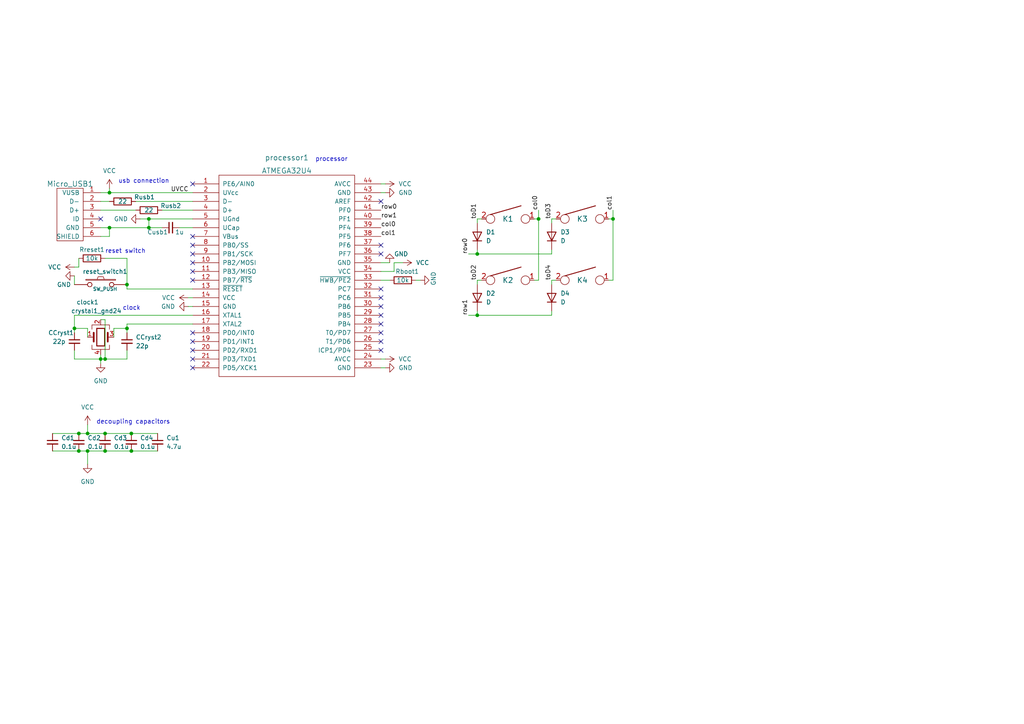
<source format=kicad_sch>
(kicad_sch (version 20211123) (generator eeschema)
  (paper "A4")
  (lib_symbols
    (symbol "Device:C_Small" (pin_numbers hide) (pin_names (offset 0.254) hide)
      (property "Reference" "C" (at 0.254 1.778 0))
      (property "Value" "C_Small" (at 0.254 -2.032 0))
      (symbol "C_Small_0_1"
        (polyline (pts (xy -1.524 -0.508) (xy 1.524 -0.508)) (stroke (width 0.3302)))
        (polyline (pts (xy -1.524 0.508) (xy 1.524 0.508)) (stroke (width 0.3048)))
      )
      (symbol "C_Small_1_1"
        (pin passive line (at 0 2.54 270) (length 2.032) (name "~") (number "1"))
        (pin passive line (at 0 -2.54 90) (length 2.032) (name "~") (number "2"))
      )
    )
    (symbol "Device:Crystal_GND24" (pin_names (offset 1.016) hide)
      (property "Reference" "Y" (at 3.175 5.08 0))
      (property "Value" "Crystal_GND24" (at 3.175 3.175 0))
      (symbol "Crystal_GND24_0_1"
        (rectangle (start -1.143 2.54) (end 1.143 -2.54) (stroke (width 0.3048)))
        (polyline (pts (xy -2.54 0) (xy -2.032 0)))
        (polyline (pts (xy -2.032 -1.27) (xy -2.032 1.27)) (stroke (width 0.508)))
        (polyline (pts (xy 0 -3.81) (xy 0 -3.556)))
        (polyline (pts (xy 0 3.556) (xy 0 3.81)))
        (polyline (pts (xy 2.032 -1.27) (xy 2.032 1.27)) (stroke (width 0.508)))
        (polyline (pts (xy 2.032 0) (xy 2.54 0)))
        (polyline (pts (xy -2.54 -2.286) (xy -2.54 -3.556) (xy 2.54 -3.556) (xy 2.54 -2.286)))
        (polyline (pts (xy -2.54 2.286) (xy -2.54 3.556) (xy 2.54 3.556) (xy 2.54 2.286)))
      )
      (symbol "Crystal_GND24_1_1"
        (pin passive line (at -3.81 0 0) (length 1.27) (name "1") (number "1"))
        (pin passive line (at 0 5.08 270) (length 1.27) (name "2") (number "2"))
        (pin passive line (at 3.81 0 180) (length 1.27) (name "3") (number "3"))
        (pin passive line (at 0 -5.08 90) (length 1.27) (name "4") (number "4"))
      )
    )
    (symbol "Device:D" (pin_numbers hide) (pin_names (offset 1.016) hide)
      (property "Reference" "D" (at 0 2.54 0))
      (property "Value" "D" (at 0 -2.54 0))
      (symbol "D_0_1"
        (polyline (pts (xy -1.27 1.27) (xy -1.27 -1.27)) (stroke (width 0.254)))
        (polyline (pts (xy 1.27 0) (xy -1.27 0)))
        (polyline (pts (xy 1.27 1.27) (xy 1.27 -1.27) (xy -1.27 0) (xy 1.27 1.27)) (stroke (width 0.254)))
      )
      (symbol "D_1_1"
        (pin passive line (at -3.81 0 0) (length 2.54) (name "K") (number "1"))
        (pin passive line (at 3.81 0 180) (length 2.54) (name "A") (number "2"))
      )
    )
    (symbol "Device:R" (pin_numbers hide) (pin_names (offset 0))
      (property "Reference" "R" (at 2.032 0 90))
      (property "Value" "R" (at 0 0 90))
      (symbol "R_0_1"
        (rectangle (start -1.016 -2.54) (end 1.016 2.54) (stroke (width 0.254)))
      )
      (symbol "R_1_1"
        (pin passive line (at 0 3.81 270) (length 1.27) (name "~") (number "1"))
        (pin passive line (at 0 -3.81 90) (length 1.27) (name "~") (number "2"))
      )
    )
    (symbol "keyboard parts:ATMEGA32U4" (pin_names (offset 1.016))
      (property "Reference" "U" (at 0 -31.75 0))
      (property "Value" "ATMEGA32U4" (at 0 31.75 0))
      (symbol "ATMEGA32U4_0_1"
        (rectangle (start 20.32 29.21) (end -19.05 -29.21))
      )
      (symbol "ATMEGA32U4_1_1"
        (pin bidirectional line (at -26.67 26.67 0) (length 7.62) (name "PE6/AIN0") (number "1"))
        (pin bidirectional line (at -26.67 3.81 0) (length 7.62) (name "PB2/MOSI") (number "10"))
        (pin bidirectional line (at -26.67 1.27 0) (length 7.62) (name "PB3/MISO") (number "11"))
        (pin bidirectional line (at -26.67 -1.27 0) (length 7.62) (name "PB7/~{RTS}") (number "12"))
        (pin input line (at -26.67 -3.81 0) (length 7.62) (name "~{RESET}") (number "13"))
        (pin power_in line (at -26.67 -6.35 0) (length 7.62) (name "VCC") (number "14"))
        (pin power_in line (at -26.67 -8.89 0) (length 7.62) (name "GND") (number "15"))
        (pin input line (at -26.67 -11.43 0) (length 7.62) (name "XTAL1") (number "16"))
        (pin output line (at -26.67 -13.97 0) (length 7.62) (name "XTAL2") (number "17"))
        (pin bidirectional line (at -26.67 -16.51 0) (length 7.62) (name "PD0/INT0") (number "18"))
        (pin bidirectional line (at -26.67 -19.05 0) (length 7.62) (name "PD1/INT1") (number "19"))
        (pin power_in line (at -26.67 24.13 0) (length 7.62) (name "UVcc") (number "2"))
        (pin bidirectional line (at -26.67 -21.59 0) (length 7.62) (name "PD2/RXD1") (number "20"))
        (pin bidirectional line (at -26.67 -24.13 0) (length 7.62) (name "PD3/TXD1") (number "21"))
        (pin bidirectional line (at -26.67 -26.67 0) (length 7.62) (name "PD5/XCK1") (number "22"))
        (pin power_in line (at 27.94 -26.67 180) (length 7.62) (name "GND") (number "23"))
        (pin power_in line (at 27.94 -24.13 180) (length 7.62) (name "AVCC") (number "24"))
        (pin bidirectional line (at 27.94 -21.59 180) (length 7.62) (name "ICP1/PD4") (number "25"))
        (pin bidirectional line (at 27.94 -19.05 180) (length 7.62) (name "T1/PD6") (number "26"))
        (pin bidirectional line (at 27.94 -16.51 180) (length 7.62) (name "T0/PD7") (number "27"))
        (pin bidirectional line (at 27.94 -13.97 180) (length 7.62) (name "PB4") (number "28"))
        (pin bidirectional line (at 27.94 -11.43 180) (length 7.62) (name "PB5") (number "29"))
        (pin bidirectional line (at -26.67 21.59 0) (length 7.62) (name "D-") (number "3"))
        (pin bidirectional line (at 27.94 -8.89 180) (length 7.62) (name "PB6") (number "30"))
        (pin bidirectional line (at 27.94 -6.35 180) (length 7.62) (name "PC6") (number "31"))
        (pin bidirectional line (at 27.94 -3.81 180) (length 7.62) (name "PC7") (number "32"))
        (pin bidirectional line (at 27.94 -1.27 180) (length 7.62) (name "~{HWB/PE2}") (number "33"))
        (pin power_in line (at 27.94 1.27 180) (length 7.62) (name "VCC") (number "34"))
        (pin power_in line (at 27.94 3.81 180) (length 7.62) (name "GND") (number "35"))
        (pin bidirectional line (at 27.94 6.35 180) (length 7.62) (name "PF7") (number "36"))
        (pin bidirectional line (at 27.94 8.89 180) (length 7.62) (name "PF6") (number "37"))
        (pin bidirectional line (at 27.94 11.43 180) (length 7.62) (name "PF5") (number "38"))
        (pin bidirectional line (at 27.94 13.97 180) (length 7.62) (name "PF4") (number "39"))
        (pin bidirectional line (at -26.67 19.05 0) (length 7.62) (name "D+") (number "4"))
        (pin bidirectional line (at 27.94 16.51 180) (length 7.62) (name "PF1") (number "40"))
        (pin bidirectional line (at 27.94 19.05 180) (length 7.62) (name "PF0") (number "41"))
        (pin input line (at 27.94 21.59 180) (length 7.62) (name "AREF") (number "42"))
        (pin power_in line (at 27.94 24.13 180) (length 7.62) (name "GND") (number "43"))
        (pin power_in line (at 27.94 26.67 180) (length 7.62) (name "AVCC") (number "44"))
        (pin power_in line (at -26.67 16.51 0) (length 7.62) (name "UGnd") (number "5"))
        (pin input line (at -26.67 13.97 0) (length 7.62) (name "UCap") (number "6"))
        (pin input line (at -26.67 11.43 0) (length 7.62) (name "VBus") (number "7"))
        (pin bidirectional line (at -26.67 8.89 0) (length 7.62) (name "PB0/SS") (number "8"))
        (pin bidirectional line (at -26.67 6.35 0) (length 7.62) (name "PB1/SCK") (number "9"))
      )
    )
    (symbol "keyboard parts:KEYSW" (pin_names (offset 1.016))
      (property "Reference" "K?" (at -1.27 0 0))
      (symbol "KEYSW_0_1"
        (circle (center -5.08 0) (radius 1.27))
        (polyline (pts (xy -5.08 1.27) (xy 3.81 3.81)) (stroke (width 0.254)))
        (circle (center 5.08 0) (radius 1.27))
      )
      (symbol "KEYSW_1_1"
        (pin passive line (at 7.62 0 180) (length 1.27) (name "~") (number "1"))
        (pin passive line (at -7.62 0 0) (length 1.27) (name "~") (number "2"))
      )
    )
    (symbol "keyboard parts:SW_PUSH" (pin_numbers hide) (pin_names (offset 1.016) hide)
      (property "Reference" "SW" (at 3.81 2.794 0))
      (property "Value" "SW_PUSH" (at 0 -2.032 0))
      (symbol "SW_PUSH_0_1"
        (rectangle (start -4.318 1.27) (end 4.318 1.524))
        (polyline (pts (xy -1.016 1.524) (xy -0.762 2.286) (xy 0.762 2.286) (xy 1.016 1.524)))
        (pin passive inverted (at -7.62 0 0) (length 5.08) (name "1") (number "1"))
        (pin passive inverted (at 7.62 0 180) (length 5.08) (name "2") (number "2"))
      )
    )
    (symbol "keyboard parts:USB_mini_micro_B" (pin_names (offset 1.016))
      (property "Reference" "J" (at -10.16 -1.27 0))
      (symbol "USB_mini_micro_B_0_1"
        (rectangle (start -8.89 5.08) (end -1.27 -10.16))
      )
      (symbol "USB_mini_micro_B_1_1"
        (pin power_out line (at 3.81 3.81 180) (length 5.08) (name "VUSB") (number "1"))
        (pin bidirectional line (at 3.81 1.27 180) (length 5.08) (name "D-") (number "2"))
        (pin bidirectional line (at 3.81 -1.27 180) (length 5.08) (name "D+") (number "3"))
        (pin input line (at 3.81 -3.81 180) (length 5.08) (name "ID") (number "4"))
        (pin power_out line (at 3.81 -6.35 180) (length 5.08) (name "GND") (number "5"))
        (pin input line (at 3.81 -8.89 180) (length 5.08) (name "SHIELD") (number "6"))
      )
    )
    (symbol "power:GND" (power) (pin_names (offset 0))
      (property "Value" "GND" (at 0 -3.81 0))
      (symbol "GND_0_1"
        (polyline (pts (xy 0 0) (xy 0 -1.27) (xy 1.27 -1.27) (xy 0 -2.54) (xy -1.27 -1.27) (xy 0 -1.27)))
      )
      (symbol "GND_1_1"
        (pin power_in line (at 0 0 270) (length 0) hide (name "GND") (number "1"))
      )
    )
    (symbol "power:VCC" (power) (pin_names (offset 0))
      (property "Value" "VCC" (at 0 3.81 0))
      (symbol "VCC_0_1"
        (polyline (pts (xy -0.762 1.27) (xy 0 2.54)))
        (polyline (pts (xy 0 0) (xy 0 2.54)))
        (polyline (pts (xy 0 2.54) (xy 0.762 1.27)))
      )
      (symbol "VCC_1_1"
        (pin power_in line (at 0 0 90) (length 0) hide (name "VCC") (number "1"))
      )
    )
  )
  (junction (at 38.1 130.81))
  (junction (at 30.48 125.73))
  (junction (at 22.86 125.73))
  (junction (at 31.75 66.04))
  (junction (at 25.4 130.81))
  (junction (at 156.21 63.5))
  (junction (at 21.59 95.25))
  (junction (at 38.1 125.73))
  (junction (at 138.43 73.66))
  (junction (at 25.4 125.73))
  (junction (at 43.18 66.04))
  (junction (at 138.43 91.44))
  (junction (at 22.86 130.81))
  (junction (at 36.83 95.25))
  (junction (at 36.83 82.55))
  (junction (at 29.21 104.14))
  (junction (at 177.8 63.5))
  (junction (at 30.48 130.81))
  (junction (at 30.48 104.14))
  (junction (at 43.18 63.5))
  (junction (at 31.75 55.88))
  (no_connect (at 110.49 58.42))
  (no_connect (at 29.21 63.5))
  (no_connect (at 55.88 53.34))
  (no_connect (at 55.88 81.28))
  (no_connect (at 55.88 78.74))
  (no_connect (at 55.88 76.2))
  (no_connect (at 55.88 73.66))
  (no_connect (at 55.88 71.12))
  (no_connect (at 55.88 68.58))
  (no_connect (at 110.49 91.44))
  (no_connect (at 110.49 93.98))
  (no_connect (at 110.49 96.52))
  (no_connect (at 110.49 99.06))
  (no_connect (at 110.49 101.6))
  (no_connect (at 110.49 71.12))
  (no_connect (at 110.49 73.66))
  (no_connect (at 110.49 83.82))
  (no_connect (at 110.49 86.36))
  (no_connect (at 110.49 88.9))
  (no_connect (at 55.88 106.68))
  (no_connect (at 55.88 104.14))
  (no_connect (at 55.88 101.6))
  (no_connect (at 55.88 99.06))
  (no_connect (at 55.88 96.52))
  (wire (pts (xy 135.89 73.66) (xy 138.43 73.66)))
  (wire (pts (xy 31.75 68.58) (xy 31.75 66.04)))
  (wire (pts (xy 110.49 104.14) (xy 111.76 104.14)))
  (wire (pts (xy 38.1 130.81) (xy 45.72 130.81)))
  (wire (pts (xy 154.94 63.5) (xy 156.21 63.5)))
  (wire (pts (xy 156.21 81.28) (xy 154.94 81.28)))
  (wire (pts (xy 55.88 63.5) (xy 43.18 63.5)))
  (wire (pts (xy 15.24 125.73) (xy 22.86 125.73)))
  (wire (pts (xy 36.83 82.55) (xy 36.83 74.93)))
  (wire (pts (xy 43.18 63.5) (xy 43.18 66.04)))
  (wire (pts (xy 15.24 130.81) (xy 22.86 130.81)))
  (wire (pts (xy 160.02 81.28) (xy 160.02 82.55)))
  (wire (pts (xy 25.4 95.25) (xy 21.59 95.25)))
  (wire (pts (xy 25.4 130.81) (xy 30.48 130.81)))
  (wire (pts (xy 33.02 95.25) (xy 36.83 95.25)))
  (wire (pts (xy 138.43 90.17) (xy 138.43 91.44)))
  (wire (pts (xy 114.3 78.74) (xy 114.3 76.2)))
  (wire (pts (xy 25.4 123.19) (xy 25.4 125.73)))
  (wire (pts (xy 135.89 91.44) (xy 138.43 91.44)))
  (wire (pts (xy 25.4 125.73) (xy 30.48 125.73)))
  (wire (pts (xy 176.53 81.28) (xy 177.8 81.28)))
  (wire (pts (xy 138.43 63.5) (xy 138.43 64.77)))
  (wire (pts (xy 36.83 83.82) (xy 36.83 82.55)))
  (wire (pts (xy 25.4 130.81) (xy 25.4 134.62)))
  (wire (pts (xy 29.21 104.14) (xy 30.48 104.14)))
  (wire (pts (xy 36.83 74.93) (xy 30.48 74.93)))
  (wire (pts (xy 138.43 72.39) (xy 138.43 73.66)))
  (wire (pts (xy 54.61 88.9) (xy 55.88 88.9)))
  (wire (pts (xy 114.3 76.2) (xy 116.84 76.2)))
  (wire (pts (xy 161.29 81.28) (xy 160.02 81.28)))
  (wire (pts (xy 46.99 60.96) (xy 55.88 60.96)))
  (wire (pts (xy 21.59 95.25) (xy 21.59 96.52)))
  (wire (pts (xy 110.49 55.88) (xy 111.76 55.88)))
  (wire (pts (xy 43.18 66.04) (xy 46.99 66.04)))
  (wire (pts (xy 31.75 66.04) (xy 29.21 66.04)))
  (wire (pts (xy 31.75 66.04) (xy 43.18 66.04)))
  (wire (pts (xy 110.49 76.2) (xy 113.03 76.2)))
  (wire (pts (xy 29.21 55.88) (xy 31.75 55.88)))
  (wire (pts (xy 21.59 80.01) (xy 21.59 82.55)))
  (wire (pts (xy 38.1 125.73) (xy 45.72 125.73)))
  (wire (pts (xy 21.59 104.14) (xy 29.21 104.14)))
  (wire (pts (xy 29.21 105.41) (xy 29.21 104.14)))
  (wire (pts (xy 30.48 125.73) (xy 38.1 125.73)))
  (wire (pts (xy 36.83 93.98) (xy 36.83 95.25)))
  (wire (pts (xy 25.4 97.79) (xy 25.4 95.25)))
  (wire (pts (xy 30.48 92.71) (xy 30.48 104.14)))
  (wire (pts (xy 139.7 81.28) (xy 138.43 81.28)))
  (wire (pts (xy 22.86 125.73) (xy 25.4 125.73)))
  (wire (pts (xy 36.83 93.98) (xy 55.88 93.98)))
  (wire (pts (xy 110.49 106.68) (xy 111.76 106.68)))
  (wire (pts (xy 39.37 58.42) (xy 55.88 58.42)))
  (wire (pts (xy 30.48 104.14) (xy 36.83 104.14)))
  (wire (pts (xy 31.75 54.61) (xy 31.75 55.88)))
  (wire (pts (xy 33.02 97.79) (xy 33.02 95.25)))
  (wire (pts (xy 29.21 102.87) (xy 29.21 104.14)))
  (wire (pts (xy 21.59 101.6) (xy 21.59 104.14)))
  (wire (pts (xy 110.49 81.28) (xy 113.03 81.28)))
  (wire (pts (xy 22.86 74.93) (xy 22.86 77.47)))
  (wire (pts (xy 21.59 91.44) (xy 55.88 91.44)))
  (wire (pts (xy 156.21 60.96) (xy 156.21 63.5)))
  (wire (pts (xy 177.8 63.5) (xy 177.8 81.28)))
  (wire (pts (xy 54.61 86.36) (xy 55.88 86.36)))
  (wire (pts (xy 110.49 53.34) (xy 111.76 53.34)))
  (wire (pts (xy 138.43 91.44) (xy 160.02 91.44)))
  (wire (pts (xy 138.43 73.66) (xy 160.02 73.66)))
  (wire (pts (xy 110.49 78.74) (xy 114.3 78.74)))
  (wire (pts (xy 21.59 91.44) (xy 21.59 95.25)))
  (wire (pts (xy 161.29 63.5) (xy 160.02 63.5)))
  (wire (pts (xy 36.83 83.82) (xy 55.88 83.82)))
  (wire (pts (xy 176.53 63.5) (xy 177.8 63.5)))
  (wire (pts (xy 36.83 95.25) (xy 36.83 96.52)))
  (wire (pts (xy 29.21 60.96) (xy 39.37 60.96)))
  (wire (pts (xy 36.83 101.6) (xy 36.83 104.14)))
  (wire (pts (xy 156.21 63.5) (xy 156.21 81.28)))
  (wire (pts (xy 177.8 60.96) (xy 177.8 63.5)))
  (wire (pts (xy 22.86 130.81) (xy 25.4 130.81)))
  (wire (pts (xy 138.43 81.28) (xy 138.43 82.55)))
  (wire (pts (xy 160.02 63.5) (xy 160.02 64.77)))
  (wire (pts (xy 30.48 92.71) (xy 29.21 92.71)))
  (wire (pts (xy 160.02 91.44) (xy 160.02 90.17)))
  (wire (pts (xy 22.86 77.47) (xy 21.59 77.47)))
  (wire (pts (xy 30.48 130.81) (xy 38.1 130.81)))
  (wire (pts (xy 160.02 73.66) (xy 160.02 72.39)))
  (wire (pts (xy 31.75 55.88) (xy 55.88 55.88)))
  (wire (pts (xy 120.65 81.28) (xy 121.92 81.28)))
  (wire (pts (xy 52.07 66.04) (xy 55.88 66.04)))
  (wire (pts (xy 29.21 58.42) (xy 31.75 58.42)))
  (wire (pts (xy 29.21 68.58) (xy 31.75 68.58)))
  (wire (pts (xy 139.7 63.5) (xy 138.43 63.5)))
  (wire (pts (xy 40.64 63.5) (xy 43.18 63.5)))
  (text "clock\n" (at 35.56 90.17 0) (effects (font (size 1.27 1.27)) (justify left bottom)))
  (text "reset switch\n" (at 30.48 73.66 0) (effects (font (size 1.27 1.27)) (justify left bottom)))
  (text "processor\n" (at 91.44 46.99 0) (effects (font (size 1.27 1.27)) (justify left bottom)))
  (text "decoupling capacitors" (at 27.94 123.19 0) (effects (font (size 1.27 1.27)) (justify left bottom)))
  (text "usb connection" (at 34.29 53.34 0) (effects (font (size 1.27 1.27)) (justify left bottom)))
  (label "row1" (at 135.89 91.44 90))
  (label "col1" (at 177.8 60.96 90))
  (label "col0" (at 110.49 66.04 0))
  (label "toD4" (at 160.02 81.28 90))
  (label "col0" (at 156.21 60.96 90))
  (label "row0" (at 110.49 60.96 0))
  (label "toD3" (at 160.02 63.5 90))
  (label "row0" (at 135.89 73.66 90))
  (label "toD1" (at 138.43 63.5 90))
  (label "UVCC" (at 49.53 55.88 0))
  (label "row1" (at 110.49 63.5 0))
  (label "toD2" (at 138.43 81.28 90))
  (label "col1" (at 110.49 68.58 0))
  (symbol (lib_id "Device:R") (at 43.18 60.96 90) (unit 1)
    (property "Reference" "Rusb2" (at 49.53 59.69 90))
    (property "Value" "22" (at 43.18 60.96 90))
    (property "Footprint" "Resistor_SMD:R_0805_2012Metric_Pad1.20x1.40mm_HandSolder" (effects hide))
  )
  (symbol (lib_id "Device:D") (at 160.02 86.36 90) (unit 1)
    (property "Reference" "D4" (at 162.56 85.0899 90) (effects (justify right)))
    (property "Value" "D" (at 162.56 87.6299 90) (effects (justify right)))
    (property "Footprint" "keyboard_parts:D_SOD123_axial" (effects hide))
  )
  (symbol (lib_id "Device:C_Small") (at 36.83 99.06 0) (unit 1)
    (property "Reference" "CCryst2" (at 39.37 97.7962 0) (effects (justify left)))
    (property "Value" "22p" (at 39.37 100.3362 0) (effects (justify left)))
    (property "Footprint" "Capacitor_SMD:C_0805_2012Metric_Pad1.18x1.45mm_HandSolder" (effects hide))
  )
  (symbol (lib_id "keyboard parts:KEYSW") (at 147.32 63.5 0) (unit 1)
    (property "Reference" "K1" (at 147.32 63.5 0) (effects (font (size 1.524 1.524))))
    (property "Value" "KEYSW" (effects hide))
    (property "Footprint" "keebs:Mx_Alps_100" (effects hide))
  )
  (symbol (lib_id "keyboard parts:KEYSW") (at 147.32 81.28 0) (unit 1)
    (property "Reference" "K2" (at 147.32 81.28 0) (effects (font (size 1.524 1.524))))
    (property "Value" "KEYSW" (effects hide))
    (property "Footprint" "keebs:Mx_Alps_100" (effects hide))
  )
  (symbol (lib_id "Device:C_Small") (at 38.1 128.27 0) (unit 1)
    (property "Reference" "Cd4" (at 40.64 127.0062 0) (effects (justify left)))
    (property "Value" "0.1u" (at 40.64 129.5462 0) (effects (justify left)))
    (property "Footprint" "Capacitor_SMD:C_0805_2012Metric_Pad1.18x1.45mm_HandSolder" (effects hide))
  )
  (symbol (lib_id "power:GND") (at 113.03 76.2 180) (unit 1)
    (property "Reference" "#PWR0116" (effects hide))
    (property "Value" "GND" (at 114.3 73.66 0) (effects (justify right)))
  )
  (symbol (lib_id "Device:C_Small") (at 15.24 128.27 0) (unit 1)
    (property "Reference" "Cd1" (at 17.78 127.0062 0) (effects (justify left)))
    (property "Value" "0.1u" (at 17.78 129.5462 0) (effects (justify left)))
    (property "Footprint" "Capacitor_SMD:C_0805_2012Metric_Pad1.18x1.45mm_HandSolder" (effects hide))
  )
  (symbol (lib_id "power:GND") (at 111.76 55.88 90) (unit 1)
    (property "Reference" "#PWR0102" (effects hide))
    (property "Value" "GND" (at 115.57 55.8799 90) (effects (justify right)))
  )
  (symbol (lib_id "Device:D") (at 138.43 68.58 90) (unit 1)
    (property "Reference" "D1" (at 140.97 67.3099 90) (effects (justify right)))
    (property "Value" "D" (at 140.97 69.8499 90) (effects (justify right)))
    (property "Footprint" "keyboard_parts:D_SOD123_axial" (effects hide))
  )
  (symbol (lib_id "Device:C_Small") (at 21.59 99.06 0) (unit 1)
    (property "Reference" "CCryst1" (at 13.97 96.52 0) (effects (justify left)))
    (property "Value" "22p" (at 15.24 99.06 0) (effects (justify left)))
    (property "Footprint" "Capacitor_SMD:C_0805_2012Metric_Pad1.18x1.45mm_HandSolder" (effects hide))
  )
  (symbol (lib_id "keyboard parts:ATMEGA32U4") (at 82.55 80.01 0) (unit 1)
    (property "Reference" "processor1" (at 83.185 45.72 0) (effects (font (size 1.524 1.524))))
    (property "Value" "ATMEGA32U4" (at 83.185 49.53 0) (effects (font (size 1.524 1.524))))
    (property "Footprint" "Package_QFP:LQFP-44_10x10mm_P0.8mm" (effects hide))
  )
  (symbol (lib_id "Device:D") (at 138.43 86.36 90) (unit 1)
    (property "Reference" "D2" (at 140.97 85.0899 90) (effects (justify right)))
    (property "Value" "D" (at 140.97 87.6299 90) (effects (justify right)))
    (property "Footprint" "keyboard_parts:D_SOD123_axial" (effects hide))
  )
  (symbol (lib_id "Device:R") (at 35.56 58.42 90) (unit 1)
    (property "Reference" "Rusb1" (at 41.91 57.15 90))
    (property "Value" "22" (at 35.56 58.42 90))
    (property "Footprint" "Resistor_SMD:R_0805_2012Metric_Pad1.20x1.40mm_HandSolder" (effects hide))
  )
  (symbol (lib_id "power:VCC") (at 116.84 76.2 270) (unit 1)
    (property "Reference" "#PWR0113" (effects hide))
    (property "Value" "VCC" (at 120.65 76.1999 90) (effects (justify left)))
  )
  (symbol (lib_id "power:GND") (at 29.21 105.41 0) (unit 1)
    (property "Reference" "#PWR0109" (effects hide))
    (property "Value" "GND" (at 29.21 110.49 0))
  )
  (symbol (lib_id "power:VCC") (at 21.59 77.47 90) (unit 1)
    (property "Reference" "#PWR0101" (effects hide))
    (property "Value" "VCC" (at 17.78 77.4699 90) (effects (justify left)))
  )
  (symbol (lib_id "Device:R") (at 26.67 74.93 90) (unit 1)
    (property "Reference" "Rreset1" (at 26.67 72.39 90))
    (property "Value" "10k" (at 26.67 74.93 90))
    (property "Footprint" "Resistor_SMD:R_0805_2012Metric_Pad1.20x1.40mm_HandSolder" (effects hide))
  )
  (symbol (lib_id "power:GND") (at 111.76 106.68 90) (unit 1)
    (property "Reference" "#PWR0106" (effects hide))
    (property "Value" "GND" (at 115.57 106.6799 90) (effects (justify right)))
  )
  (symbol (lib_id "power:GND") (at 40.64 63.5 270) (unit 1)
    (property "Reference" "#PWR0104" (effects hide))
    (property "Value" "GND" (at 33.02 63.5 90) (effects (justify left)))
  )
  (symbol (lib_id "Device:Crystal_GND24") (at 29.21 97.79 0) (unit 1)
    (property "Reference" "clock1" (at 25.4 87.63 0))
    (property "Value" "crystal1_gnd24" (at 27.94 90.17 0))
    (property "Footprint" "Crystal:Crystal_SMD_Abracon_ABM8G-4Pin_3.2x2.5mm" (effects hide))
  )
  (symbol (lib_id "power:GND") (at 121.92 81.28 90) (unit 1)
    (property "Reference" "#PWR0107" (effects hide))
    (property "Value" "GND" (at 125.73 78.74 0) (effects (justify right)))
  )
  (symbol (lib_id "power:GND") (at 21.59 80.01 270) (unit 1)
    (property "Reference" "#PWR0112" (effects hide))
    (property "Value" "GND" (at 16.51 82.55 90) (effects (justify left)))
  )
  (symbol (lib_id "keyboard parts:KEYSW") (at 168.91 63.5 0) (unit 1)
    (property "Reference" "K3" (at 168.91 63.5 0) (effects (font (size 1.524 1.524))))
    (property "Value" "KEYSW" (effects hide))
    (property "Footprint" "keebs:Mx_Alps_100" (effects hide))
  )
  (symbol (lib_id "Device:C_Small") (at 22.86 128.27 0) (unit 1)
    (property "Reference" "Cd2" (at 25.4 127.0062 0) (effects (justify left)))
    (property "Value" "0.1u" (at 25.4 129.5462 0) (effects (justify left)))
    (property "Footprint" "Capacitor_SMD:C_0805_2012Metric_Pad1.18x1.45mm_HandSolder" (effects hide))
  )
  (symbol (lib_id "power:VCC") (at 31.75 54.61 0) (unit 1)
    (property "Reference" "#PWR0103" (effects hide))
    (property "Value" "VCC" (at 31.75 49.53 0))
  )
  (symbol (lib_id "Device:D") (at 160.02 68.58 90) (unit 1)
    (property "Reference" "D3" (at 162.56 67.3099 90) (effects (justify right)))
    (property "Value" "D" (at 162.56 69.8499 90) (effects (justify right)))
    (property "Footprint" "keyboard_parts:D_SOD123_axial" (effects hide))
  )
  (symbol (lib_id "Device:C_Small") (at 30.48 128.27 0) (unit 1)
    (property "Reference" "Cd3" (at 33.02 127.0062 0) (effects (justify left)))
    (property "Value" "0.1u" (at 33.02 129.5462 0) (effects (justify left)))
    (property "Footprint" "Capacitor_SMD:C_0805_2012Metric_Pad1.18x1.45mm_HandSolder" (effects hide))
  )
  (symbol (lib_id "power:VCC") (at 111.76 104.14 270) (unit 1)
    (property "Reference" "#PWR0108" (effects hide))
    (property "Value" "VCC" (at 115.57 104.1399 90) (effects (justify left)))
  )
  (symbol (lib_id "power:VCC") (at 111.76 53.34 270) (unit 1)
    (property "Reference" "#PWR0110" (effects hide))
    (property "Value" "VCC" (at 115.57 53.3399 90) (effects (justify left)))
  )
  (symbol (lib_id "Device:C_Small") (at 49.53 66.04 90) (unit 1)
    (property "Reference" "Cusb1" (at 45.72 67.31 90))
    (property "Value" "1u" (at 52.07 67.31 90))
    (property "Footprint" "Capacitor_SMD:C_0805_2012Metric_Pad1.18x1.45mm_HandSolder" (effects hide))
  )
  (symbol (lib_id "Device:R") (at 116.84 81.28 90) (unit 1)
    (property "Reference" "Rboot1" (at 118.11 78.74 90))
    (property "Value" "10k" (at 116.84 81.28 90))
    (property "Footprint" "Resistor_SMD:R_0805_2012Metric_Pad1.20x1.40mm_HandSolder" (effects hide))
  )
  (symbol (lib_id "keyboard parts:USB_mini_micro_B") (at 25.4 59.69 0) (unit 1)
    (property "Reference" "Micro_USB1" (at 20.32 53.34 0) (effects (font (size 1.524 1.524))))
    (property "Value" "USB_mini_micro_B" (effects hide))
    (property "Footprint" "keyboard_parts:USB_miniB_hirose_5S8" (effects hide))
  )
  (symbol (lib_id "power:VCC") (at 54.61 86.36 90) (unit 1)
    (property "Reference" "#PWR0114" (effects hide))
    (property "Value" "VCC" (at 50.8 86.3599 90) (effects (justify left)))
  )
  (symbol (lib_id "keyboard parts:SW_PUSH") (at 29.21 82.55 0) (unit 1)
    (property "Reference" "reset_switch1" (at 30.48 78.74 0))
    (property "Value" "SW_PUSH" (at 30.48 83.82 0) (effects (font (size 1 1))))
    (property "Footprint" "Button_Switch_SMD:SW_SPST_TL3342" (effects hide))
  )
  (symbol (lib_id "keyboard parts:KEYSW") (at 168.91 81.28 0) (unit 1)
    (property "Reference" "K4" (at 168.91 81.28 0) (effects (font (size 1.524 1.524))))
    (property "Value" "KEYSW" (effects hide))
    (property "Footprint" "keebs:Mx_Alps_100" (effects hide))
  )
  (symbol (lib_id "Device:C_Small") (at 45.72 128.27 0) (unit 1)
    (property "Reference" "Cu1" (at 48.26 127.0062 0) (effects (justify left)))
    (property "Value" "4.7u" (at 48.26 129.5462 0) (effects (justify left)))
    (property "Footprint" "Capacitor_SMD:C_0805_2012Metric_Pad1.18x1.45mm_HandSolder" (effects hide))
  )
  (symbol (lib_id "power:VCC") (at 25.4 123.19 0) (unit 1)
    (property "Reference" "#PWR0105" (effects hide))
    (property "Value" "VCC" (at 25.4 118.11 0))
  )
  (symbol (lib_id "power:GND") (at 25.4 134.62 0) (unit 1)
    (property "Reference" "#PWR0111" (effects hide))
    (property "Value" "GND" (at 25.4 139.7 0))
  )
  (symbol (lib_id "power:GND") (at 54.61 88.9 270) (unit 1)
    (property "Reference" "#PWR0115" (effects hide))
    (property "Value" "GND" (at 50.8 88.8999 90) (effects (justify right)))
  )
)
</source>
